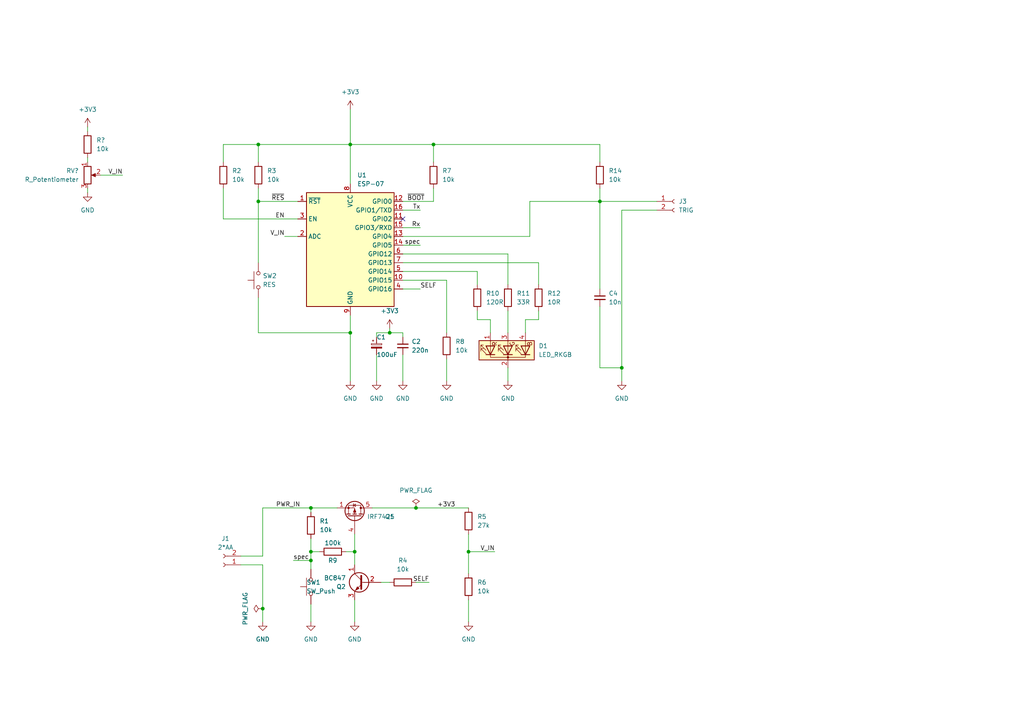
<source format=kicad_sch>
(kicad_sch (version 20211123) (generator eeschema)
  (paper "A4")
  (title_block (title "ESPnow-Remote-Fein") (date "2022-07-19") (rev "0.2") (company "42volt") (comment 1 "Dieter") (comment 2 "Looping Louis Schlumpf") (comment 3 "for ") (comment 4 "Remote Control "))
  (lib_symbols
    (symbol "Connector:Conn_01x02_Female" (pin_names (offset 1.016) hide)
      (property "Reference" "J" (at 0 2.54 0))
      (property "Value" "Conn_01x02_Female" (at 0 -5.08 0))
      (symbol "Conn_01x02_Female_1_1"
        (arc (start 0 -2.032) (mid -0.508 -2.54) (end 0 -3.048) (stroke (width 0.1524)))
        (polyline (pts (xy -1.27 -2.54) (xy -0.508 -2.54)) (stroke (width 0.1524)))
        (polyline (pts (xy -1.27 0) (xy -0.508 0)) (stroke (width 0.1524)))
        (arc (start 0 0.508) (mid -0.508 0) (end 0 -0.508) (stroke (width 0.1524)))
        (pin passive line (at -5.08 0 0) (length 3.81) (name "Pin_1") (number "1"))
        (pin passive line (at -5.08 -2.54 0) (length 3.81) (name "Pin_2") (number "2"))
      )
    )
    (symbol "Device:C_Polarized_Small" (pin_numbers hide) (pin_names (offset 0.254) hide)
      (property "Reference" "C" (at 0.254 1.778 0))
      (property "Value" "C_Polarized_Small" (at 0.254 -2.032 0))
      (symbol "C_Polarized_Small_0_1"
        (rectangle (start -1.524 -0.3048) (end 1.524 -0.6858) (fill (type outline)))
        (rectangle (start -1.524 0.6858) (end 1.524 0.3048))
        (polyline (pts (xy -1.27 1.524) (xy -0.762 1.524)))
        (polyline (pts (xy -1.016 1.27) (xy -1.016 1.778)))
      )
      (symbol "C_Polarized_Small_1_1"
        (pin passive line (at 0 2.54 270) (length 1.8542) (name "~") (number "1"))
        (pin passive line (at 0 -2.54 90) (length 1.8542) (name "~") (number "2"))
      )
    )
    (symbol "Device:C_Small" (pin_numbers hide) (pin_names (offset 0.254) hide)
      (property "Reference" "C" (at 0.254 1.778 0))
      (property "Value" "C_Small" (at 0.254 -2.032 0))
      (symbol "C_Small_0_1"
        (polyline (pts (xy -1.524 -0.508) (xy 1.524 -0.508)) (stroke (width 0.3302)))
        (polyline (pts (xy -1.524 0.508) (xy 1.524 0.508)) (stroke (width 0.3048)))
      )
      (symbol "C_Small_1_1"
        (pin passive line (at 0 2.54 270) (length 2.032) (name "~") (number "1"))
        (pin passive line (at 0 -2.54 90) (length 2.032) (name "~") (number "2"))
      )
    )
    (symbol "Device:LED_RKGB" (pin_names (offset 0) hide)
      (property "Reference" "D" (at 0 9.398 0))
      (property "Value" "LED_RKGB" (at 0 -8.89 0))
      (symbol "LED_RKGB_0_0"
        (text "B" (at 1.905 -6.35 0) (effects (font (size 1.27 1.27))))
        (text "G" (at 1.905 -1.27 0) (effects (font (size 1.27 1.27))))
        (text "R" (at 1.905 3.81 0) (effects (font (size 1.27 1.27))))
      )
      (symbol "LED_RKGB_0_1"
        (circle (center -2.032 0) (radius 0.254) (fill (type outline)))
        (polyline (pts (xy -1.27 -5.08) (xy 1.27 -5.08)))
        (polyline (pts (xy -1.27 -3.81) (xy -1.27 -6.35)) (stroke (width 0.254)))
        (polyline (pts (xy -1.27 0) (xy -2.54 0)))
        (polyline (pts (xy -1.27 1.27) (xy -1.27 -1.27)) (stroke (width 0.254)))
        (polyline (pts (xy -1.27 5.08) (xy 1.27 5.08)))
        (polyline (pts (xy -1.27 6.35) (xy -1.27 3.81)) (stroke (width 0.254)))
        (polyline (pts (xy 1.27 -5.08) (xy 2.54 -5.08)))
        (polyline (pts (xy 1.27 0) (xy -1.27 0)))
        (polyline (pts (xy 1.27 0) (xy 2.54 0)))
        (polyline (pts (xy 1.27 5.08) (xy 2.54 5.08)))
        (polyline (pts (xy -1.27 1.27) (xy -1.27 -1.27) (xy -1.27 -1.27)))
        (polyline (pts (xy -1.27 6.35) (xy -1.27 3.81) (xy -1.27 3.81)))
        (polyline (pts (xy -1.27 5.08) (xy -2.032 5.08) (xy -2.032 -5.08) (xy -1.016 -5.08)))
        (polyline (pts (xy 1.27 -3.81) (xy 1.27 -6.35) (xy -1.27 -5.08) (xy 1.27 -3.81)) (stroke (width 0.254)))
        (polyline (pts (xy 1.27 1.27) (xy 1.27 -1.27) (xy -1.27 0) (xy 1.27 1.27)) (stroke (width 0.254)))
        (polyline (pts (xy 1.27 6.35) (xy 1.27 3.81) (xy -1.27 5.08) (xy 1.27 6.35)) (stroke (width 0.254)))
        (polyline (pts (xy -1.016 -3.81) (xy 0.508 -2.286) (xy -0.254 -2.286) (xy 0.508 -2.286) (xy 0.508 -3.048)))
        (polyline (pts (xy -1.016 1.27) (xy 0.508 2.794) (xy -0.254 2.794) (xy 0.508 2.794) (xy 0.508 2.032)))
        (polyline (pts (xy -1.016 6.35) (xy 0.508 7.874) (xy -0.254 7.874) (xy 0.508 7.874) (xy 0.508 7.112)))
        (polyline (pts (xy 0 -3.81) (xy 1.524 -2.286) (xy 0.762 -2.286) (xy 1.524 -2.286) (xy 1.524 -3.048)))
        (polyline (pts (xy 0 1.27) (xy 1.524 2.794) (xy 0.762 2.794) (xy 1.524 2.794) (xy 1.524 2.032)))
        (polyline (pts (xy 0 6.35) (xy 1.524 7.874) (xy 0.762 7.874) (xy 1.524 7.874) (xy 1.524 7.112)))
        (rectangle (start 1.27 -1.27) (end 1.27 1.27))
        (rectangle (start 1.27 1.27) (end 1.27 1.27))
        (rectangle (start 1.27 3.81) (end 1.27 6.35))
        (rectangle (start 1.27 6.35) (end 1.27 6.35))
        (rectangle (start 2.794 8.382) (end -2.794 -7.62) (stroke (width 0.254)) (fill (type background)))
      )
      (symbol "LED_RKGB_1_1"
        (pin passive line (at 5.08 5.08 180) (length 2.54) (name "RA") (number "1"))
        (pin passive line (at -5.08 0 0) (length 2.54) (name "K") (number "2"))
        (pin passive line (at 5.08 0 180) (length 2.54) (name "GA") (number "3"))
        (pin passive line (at 5.08 -5.08 180) (length 2.54) (name "BA") (number "4"))
      )
    )
    (symbol "Device:R" (pin_numbers hide) (pin_names (offset 0))
      (property "Reference" "R" (at 2.032 0 90))
      (property "Value" "R" (at 0 0 90))
      (symbol "R_0_1"
        (rectangle (start -1.016 -2.54) (end 1.016 2.54) (stroke (width 0.254)))
      )
      (symbol "R_1_1"
        (pin passive line (at 0 3.81 270) (length 1.27) (name "~") (number "1"))
        (pin passive line (at 0 -3.81 90) (length 1.27) (name "~") (number "2"))
      )
    )
    (symbol "Device:R_Potentiometer" (pin_names (offset 1.016) hide)
      (property "Reference" "RV" (at -4.445 0 90))
      (property "Value" "R_Potentiometer" (at -2.54 0 90))
      (symbol "R_Potentiometer_0_1"
        (polyline (pts (xy 2.54 0) (xy 1.524 0)))
        (polyline (pts (xy 1.143 0) (xy 2.286 0.508) (xy 2.286 -0.508) (xy 1.143 0)) (fill (type outline)))
        (rectangle (start 1.016 2.54) (end -1.016 -2.54) (stroke (width 0.254)))
      )
      (symbol "R_Potentiometer_1_1"
        (pin passive line (at 0 3.81 270) (length 1.27) (name "1") (number "1"))
        (pin passive line (at 3.81 0 180) (length 1.27) (name "2") (number "2"))
        (pin passive line (at 0 -3.81 90) (length 1.27) (name "3") (number "3"))
      )
    )
    (symbol "RF_Module:ESP-07"
      (property "Reference" "U" (at -12.7 19.05 0))
      (property "Value" "ESP-07" (at 12.7 19.05 0))
      (symbol "ESP-07_0_1"
        (rectangle (start -12.7 17.78) (end 12.7 -15.24) (stroke (width 0.254)) (fill (type background)))
      )
      (symbol "ESP-07_1_1"
        (pin input line (at -15.24 15.24 0) (length 2.54) (name "~{RST}") (number "1"))
        (pin bidirectional line (at 15.24 -7.62 180) (length 2.54) (name "GPIO15") (number "10"))
        (pin bidirectional line (at 15.24 10.16 180) (length 2.54) (name "GPIO2") (number "11"))
        (pin bidirectional line (at 15.24 15.24 180) (length 2.54) (name "GPIO0") (number "12"))
        (pin bidirectional line (at 15.24 5.08 180) (length 2.54) (name "GPIO4") (number "13"))
        (pin bidirectional line (at 15.24 2.54 180) (length 2.54) (name "GPIO5") (number "14"))
        (pin bidirectional line (at 15.24 7.62 180) (length 2.54) (name "GPIO3/RXD") (number "15"))
        (pin bidirectional line (at 15.24 12.7 180) (length 2.54) (name "GPIO1/TXD") (number "16"))
        (pin input line (at -15.24 5.08 0) (length 2.54) (name "ADC") (number "2"))
        (pin input line (at -15.24 10.16 0) (length 2.54) (name "EN") (number "3"))
        (pin bidirectional line (at 15.24 -10.16 180) (length 2.54) (name "GPIO16") (number "4"))
        (pin bidirectional line (at 15.24 -5.08 180) (length 2.54) (name "GPIO14") (number "5"))
        (pin bidirectional line (at 15.24 0 180) (length 2.54) (name "GPIO12") (number "6"))
        (pin bidirectional line (at 15.24 -2.54 180) (length 2.54) (name "GPIO13") (number "7"))
        (pin power_in line (at 0 20.32 270) (length 2.54) (name "VCC") (number "8"))
        (pin power_in line (at 0 -17.78 90) (length 2.54) (name "GND") (number "9"))
      )
    )
    (symbol "SW_Push_1" (pin_numbers hide) (pin_names (offset 1.016) hide)
      (property "Reference" "SW?" (at 1.27 1.2701 90))
      (property "Value" "SW_Push" (at 1.27 -1.2699 90))
      (symbol "SW_Push_1_0_1"
        (circle (center -2.032 0) (radius 0.508))
        (polyline (pts (xy 0 1.27) (xy 0 3.048)))
        (polyline (pts (xy 2.54 1.27) (xy -2.54 1.27)))
        (circle (center 2.032 0) (radius 0.508))
        (pin passive line (at -5.08 0 0) (length 2.54) (name "1") (number "1"))
        (pin passive line (at 5.08 0 180) (length 2.54) (name "2") (number "2"))
        (pin passive line (at -5.08 0 0) (length 2.54) hide (name "1") (number "3"))
        (pin passive line (at 5.08 0 180) (length 2.54) hide (name "2") (number "4"))
      )
    )
    (symbol "Switch:SW_Push" (pin_numbers hide) (pin_names (offset 1.016) hide)
      (property "Reference" "SW" (at 1.27 2.54 0))
      (property "Value" "SW_Push" (at 0 -1.524 0))
      (symbol "SW_Push_0_1"
        (circle (center -2.032 0) (radius 0.508))
        (polyline (pts (xy 0 1.27) (xy 0 3.048)))
        (polyline (pts (xy 2.54 1.27) (xy -2.54 1.27)))
        (circle (center 2.032 0) (radius 0.508))
        (pin passive line (at -5.08 0 0) (length 2.54) (name "1") (number "1"))
        (pin passive line (at 5.08 0 180) (length 2.54) (name "2") (number "2"))
      )
    )
    (symbol "Transistor_BJT:BC547" (pin_names (offset 0) hide)
      (property "Reference" "Q" (at 5.08 1.905 0))
      (property "Value" "BC547" (at 5.08 0 0))
      (symbol "BC547_0_1"
        (polyline (pts (xy 0 0) (xy 0.635 0)))
        (polyline (pts (xy 0.635 0.635) (xy 2.54 2.54)))
        (polyline (pts (xy 0.635 -0.635) (xy 2.54 -2.54) (xy 2.54 -2.54)))
        (polyline (pts (xy 0.635 1.905) (xy 0.635 -1.905) (xy 0.635 -1.905)) (stroke (width 0.508)))
        (polyline (pts (xy 1.27 -1.778) (xy 1.778 -1.27) (xy 2.286 -2.286) (xy 1.27 -1.778) (xy 1.27 -1.778)) (fill (type outline)))
        (circle (center 1.27 0) (radius 2.8194) (stroke (width 0.254)))
      )
      (symbol "BC547_1_1"
        (pin passive line (at 2.54 5.08 270) (length 2.54) (name "C") (number "1"))
        (pin input line (at -5.08 0 0) (length 5.08) (name "B") (number "2"))
        (pin passive line (at 2.54 -5.08 90) (length 2.54) (name "E") (number "3"))
      )
    )
    (symbol "Transistor_FET:IRLML6402" (pin_names hide)
      (property "Reference" "Q1" (at 0 10.16 90))
      (property "Value" "IRF7425" (at 0 7.62 90))
      (symbol "IRLML6402_0_1"
        (polyline (pts (xy 0.254 0) (xy -2.54 0)))
        (polyline (pts (xy 0.254 1.905) (xy 0.254 -1.905)) (stroke (width 0.254)))
        (polyline (pts (xy 0.762 -1.27) (xy 0.762 -2.286)) (stroke (width 0.254)))
        (polyline (pts (xy 0.762 0.508) (xy 0.762 -0.508)) (stroke (width 0.254)))
        (polyline (pts (xy 0.762 2.286) (xy 0.762 1.27)) (stroke (width 0.254)))
        (polyline (pts (xy 2.54 2.54) (xy 2.54 1.778)))
        (polyline (pts (xy 2.54 -2.54) (xy 2.54 0) (xy 0.762 0)))
        (polyline (pts (xy 0.762 1.778) (xy 3.302 1.778) (xy 3.302 -1.778) (xy 0.762 -1.778)))
        (polyline (pts (xy 2.286 0) (xy 1.27 0.381) (xy 1.27 -0.381) (xy 2.286 0)) (fill (type outline)))
        (polyline (pts (xy 2.794 -0.508) (xy 2.921 -0.381) (xy 3.683 -0.381) (xy 3.81 -0.254)))
        (polyline (pts (xy 3.302 -0.381) (xy 2.921 0.254) (xy 3.683 0.254) (xy 3.302 -0.381)))
        (circle (center 1.651 0) (radius 2.794) (stroke (width 0.254)))
        (circle (center 2.54 -1.778) (radius 0.254) (fill (type outline)))
        (circle (center 2.54 1.778) (radius 0.254) (fill (type outline)))
      )
      (symbol "IRLML6402_1_1"
        (pin passive line (at 2.54 -5.08 90) (length 2.54) (name "D") (number "1"))
        (pin passive line (at 2.54 -5.08 90) (length 2.54) hide (name "S") (number "2"))
        (pin passive line (at 2.54 -5.08 90) (length 2.54) hide (name "D") (number "3"))
        (pin input line (at -5.08 0 0) (length 2.54) (name "G") (number "4"))
        (pin passive line (at 2.54 5.08 270) (length 2.54) (name "D") (number "5"))
        (pin passive line (at 2.54 5.08 270) (length 2.54) hide (name "D") (number "6"))
        (pin passive line (at 2.54 5.08 270) (length 2.54) hide (name "D") (number "7"))
        (pin passive line (at 2.54 5.08 270) (length 2.54) hide (name "D") (number "8"))
      )
    )
    (symbol "power:+3V3" (power) (pin_names (offset 0))
      (property "Value" "+3V3" (at 0 3.556 0))
      (symbol "+3V3_0_1"
        (polyline (pts (xy -0.762 1.27) (xy 0 2.54)))
        (polyline (pts (xy 0 0) (xy 0 2.54)))
        (polyline (pts (xy 0 2.54) (xy 0.762 1.27)))
      )
      (symbol "+3V3_1_1"
        (pin power_in line (at 0 0 90) (length 0) hide (name "+3V3") (number "1"))
      )
    )
    (symbol "power:GND" (power) (pin_names (offset 0))
      (property "Value" "GND" (at 0 -3.81 0))
      (symbol "GND_0_1"
        (polyline (pts (xy 0 0) (xy 0 -1.27) (xy 1.27 -1.27) (xy 0 -2.54) (xy -1.27 -1.27) (xy 0 -1.27)))
      )
      (symbol "GND_1_1"
        (pin power_in line (at 0 0 270) (length 0) hide (name "GND") (number "1"))
      )
    )
    (symbol "power:PWR_FLAG" (power) (pin_numbers hide) (pin_names (offset 0) hide)
      (property "Value" "PWR_FLAG" (at 0 3.81 0))
      (symbol "PWR_FLAG_0_0"
        (pin power_out line (at 0 0 90) (length 0) (name "pwr") (number "1"))
      )
      (symbol "PWR_FLAG_0_1"
        (polyline (pts (xy 0 0) (xy 0 1.27) (xy -1.016 1.905) (xy 0 2.54) (xy 1.016 1.905) (xy 0 1.27)))
      )
    )
  )
  (junction (at 90.17 147.32))
  (junction (at 173.99 58.42))
  (junction (at 120.65 147.32))
  (junction (at 125.73 41.91))
  (junction (at 180.34 106.68))
  (junction (at 102.87 160.02))
  (junction (at 101.6 96.52))
  (junction (at 135.89 160.02))
  (junction (at 90.17 162.56))
  (junction (at 76.2 176.53))
  (junction (at 101.6 41.91))
  (junction (at 74.93 58.42))
  (junction (at 113.03 96.52))
  (junction (at 90.17 160.02))
  (junction (at 74.93 41.91))
  (no_connect (at 116.84 63.5))
  (wire (pts (xy 101.6 41.91) (xy 125.73 41.91)))
  (wire (pts (xy 116.84 66.04) (xy 121.92 66.04)))
  (wire (pts (xy 129.54 104.14) (xy 129.54 110.49)))
  (wire (pts (xy 116.84 60.96) (xy 121.92 60.96)))
  (wire (pts (xy 69.85 163.83) (xy 76.2 163.83)))
  (wire (pts (xy 173.99 88.9) (xy 173.99 106.68)))
  (wire (pts (xy 64.77 41.91) (xy 74.93 41.91)))
  (wire (pts (xy 76.2 176.53) (xy 76.2 180.34)))
  (wire (pts (xy 116.84 96.52) (xy 116.84 97.79)))
  (wire (pts (xy 116.84 76.2) (xy 156.21 76.2)))
  (wire (pts (xy 156.21 90.17) (xy 156.21 92.71)))
  (wire (pts (xy 76.2 147.32) (xy 90.17 147.32)))
  (wire (pts (xy 90.17 156.21) (xy 90.17 160.02)))
  (wire (pts (xy 113.03 96.52) (xy 116.84 96.52)))
  (wire (pts (xy 135.89 160.02) (xy 143.51 160.02)))
  (wire (pts (xy 135.89 160.02) (xy 135.89 166.37)))
  (wire (pts (xy 116.84 71.12) (xy 121.92 71.12)))
  (wire (pts (xy 101.6 91.44) (xy 101.6 96.52)))
  (wire (pts (xy 64.77 54.61) (xy 64.77 63.5)))
  (wire (pts (xy 69.85 161.29) (xy 76.2 161.29)))
  (wire (pts (xy 64.77 63.5) (xy 86.36 63.5)))
  (wire (pts (xy 76.2 163.83) (xy 76.2 176.53)))
  (wire (pts (xy 180.34 60.96) (xy 180.34 106.68)))
  (wire (pts (xy 101.6 41.91) (xy 101.6 53.34)))
  (wire (pts (xy 147.32 73.66) (xy 147.32 82.55)))
  (wire (pts (xy 129.54 81.28) (xy 129.54 96.52)))
  (wire (pts (xy 116.84 83.82) (xy 121.92 83.82)))
  (wire (pts (xy 180.34 106.68) (xy 180.34 110.49)))
  (wire (pts (xy 147.32 90.17) (xy 147.32 96.52)))
  (wire (pts (xy 107.95 147.32) (xy 120.65 147.32)))
  (wire (pts (xy 74.93 86.36) (xy 74.93 96.52)))
  (wire (pts (xy 173.99 106.68) (xy 180.34 106.68)))
  (wire (pts (xy 102.87 154.94) (xy 102.87 160.02)))
  (wire (pts (xy 109.22 96.52) (xy 113.03 96.52)))
  (wire (pts (xy 152.4 92.71) (xy 152.4 96.52)))
  (wire (pts (xy 135.89 173.99) (xy 135.89 180.34)))
  (wire (pts (xy 116.84 81.28) (xy 129.54 81.28)))
  (wire (pts (xy 74.93 96.52) (xy 101.6 96.52)))
  (wire (pts (xy 173.99 58.42) (xy 173.99 83.82)))
  (wire (pts (xy 74.93 58.42) (xy 74.93 76.2)))
  (wire (pts (xy 90.17 160.02) (xy 90.17 162.56)))
  (wire (pts (xy 125.73 41.91) (xy 173.99 41.91)))
  (wire (pts (xy 101.6 96.52) (xy 101.6 110.49)))
  (wire (pts (xy 64.77 46.99) (xy 64.77 41.91)))
  (wire (pts (xy 25.4 54.61) (xy 25.4 55.88)))
  (wire (pts (xy 116.84 78.74) (xy 138.43 78.74)))
  (wire (pts (xy 74.93 58.42) (xy 86.36 58.42)))
  (wire (pts (xy 90.17 147.32) (xy 97.79 147.32)))
  (wire (pts (xy 74.93 54.61) (xy 74.93 58.42)))
  (wire (pts (xy 101.6 31.75) (xy 101.6 41.91)))
  (wire (pts (xy 113.03 95.25) (xy 113.03 96.52)))
  (wire (pts (xy 153.67 68.58) (xy 116.84 68.58)))
  (wire (pts (xy 173.99 58.42) (xy 173.99 54.61)))
  (wire (pts (xy 82.55 68.58) (xy 86.36 68.58)))
  (wire (pts (xy 109.22 97.79) (xy 109.22 96.52)))
  (wire (pts (xy 102.87 173.99) (xy 102.87 180.34)))
  (wire (pts (xy 102.87 160.02) (xy 102.87 163.83)))
  (wire (pts (xy 125.73 46.99) (xy 125.73 41.91)))
  (wire (pts (xy 90.17 160.02) (xy 92.71 160.02)))
  (wire (pts (xy 173.99 46.99) (xy 173.99 41.91)))
  (wire (pts (xy 142.24 92.71) (xy 138.43 92.71)))
  (wire (pts (xy 173.99 58.42) (xy 153.67 58.42)))
  (wire (pts (xy 90.17 175.26) (xy 90.17 180.34)))
  (wire (pts (xy 120.65 147.32) (xy 135.89 147.32)))
  (wire (pts (xy 138.43 78.74) (xy 138.43 82.55)))
  (wire (pts (xy 74.93 41.91) (xy 101.6 41.91)))
  (wire (pts (xy 156.21 92.71) (xy 152.4 92.71)))
  (wire (pts (xy 29.21 50.8) (xy 35.56 50.8)))
  (wire (pts (xy 190.5 58.42) (xy 173.99 58.42)))
  (wire (pts (xy 100.33 160.02) (xy 102.87 160.02)))
  (wire (pts (xy 76.2 161.29) (xy 76.2 147.32)))
  (wire (pts (xy 25.4 45.72) (xy 25.4 46.99)))
  (wire (pts (xy 116.84 58.42) (xy 125.73 58.42)))
  (wire (pts (xy 135.89 154.94) (xy 135.89 160.02)))
  (wire (pts (xy 116.84 73.66) (xy 147.32 73.66)))
  (wire (pts (xy 156.21 76.2) (xy 156.21 82.55)))
  (wire (pts (xy 25.4 36.83) (xy 25.4 38.1)))
  (wire (pts (xy 109.22 102.87) (xy 109.22 110.49)))
  (wire (pts (xy 90.17 148.59) (xy 90.17 147.32)))
  (wire (pts (xy 147.32 106.68) (xy 147.32 110.49)))
  (wire (pts (xy 85.09 162.56) (xy 90.17 162.56)))
  (wire (pts (xy 110.49 168.91) (xy 113.03 168.91)))
  (wire (pts (xy 153.67 58.42) (xy 153.67 68.58)))
  (wire (pts (xy 116.84 102.87) (xy 116.84 110.49)))
  (wire (pts (xy 125.73 54.61) (xy 125.73 58.42)))
  (wire (pts (xy 142.24 96.52) (xy 142.24 92.71)))
  (wire (pts (xy 74.93 46.99) (xy 74.93 41.91)))
  (wire (pts (xy 90.17 162.56) (xy 90.17 165.1)))
  (wire (pts (xy 138.43 92.71) (xy 138.43 90.17)))
  (wire (pts (xy 190.5 60.96) (xy 180.34 60.96)))
  (wire (pts (xy 120.65 168.91) (xy 124.46 168.91)))
  (label "V_IN" (at 35.56 50.8 180))
  (label "SELF" (at 124.46 168.91 180))
  (label "Tx" (at 121.92 60.96 180))
  (label "+3V3" (at 132.08 147.32 180))
  (label "PWR_IN" (at 80.01 147.32 0))
  (label "Rx" (at 121.92 66.04 180))
  (label "~{BOOT}" (at 123.19 58.42 180))
  (label "spec" (at 121.92 71.12 180))
  (label "SELF" (at 121.92 83.82 0))
  (label "~{RES}" (at 82.55 58.42 180))
  (label "V_IN" (at 82.55 68.58 180))
  (label "EN" (at 82.55 63.5 180))
  (label "V_IN" (at 143.51 160.02 180))
  (label "spec" (at 85.09 162.56 0))
  (symbol (lib_id "Connector:Conn_01x02_Female") (at 64.77 163.83 180) (unit 1)
    (property "Reference" "J1" (at 65.405 156.21 0))
    (property "Value" "2*AA" (at 65.405 158.75 0))
    (property "Footprint" "00Connector:PinHeader_1x02_P2.54mm_Vertical" (effects hide))
  )
  (symbol (lib_id "Device:R") (at 147.32 86.36 0) (unit 1)
    (property "Reference" "R11" (at 149.86 85.0899 0) (effects (justify left)))
    (property "Value" "33R" (at 149.86 87.6299 0) (effects (justify left)))
    (property "Footprint" "Resistor_SMD:R_0805_2012Metric_Pad1.20x1.40mm_HandSolder" (effects hide))
  )
  (symbol (lib_id "Transistor_FET:IRLML6402") (at 102.87 149.86 270) (mirror x) (unit 1)
    (property "Reference" "Q1" (at 113.03 149.86 90))
    (property "Value" "IRF7425" (at 110.49 149.86 90))
    (property "Footprint" "Package_SO:SO-8_5.3x6.2mm_P1.27mm" (effects hide))
    (property "Datasheet" "https://www.infineon.com/dgdl/irlml6402pbf.pdf?fileId=5546d462533600a401535668d5c2263c" (effects hide))
  )
  (symbol (lib_id "Device:R") (at 25.4 41.91 0) (unit 1)
    (property "Reference" "R?" (at 27.94 40.6399 0) (effects (justify left)))
    (property "Value" "10k" (at 27.94 43.1799 0) (effects (justify left)))
    (property "Footprint" "Resistor_SMD:R_0805_2012Metric_Pad1.20x1.40mm_HandSolder" (effects hide))
  )
  (symbol (lib_id "Device:R") (at 173.99 50.8 0) (unit 1)
    (property "Reference" "R14" (at 176.53 49.5299 0) (effects (justify left)))
    (property "Value" "10k" (at 176.53 52.0699 0) (effects (justify left)))
    (property "Footprint" "Resistor_SMD:R_0805_2012Metric_Pad1.20x1.40mm_HandSolder" (effects hide))
  )
  (symbol (lib_id "power:GND") (at 90.17 180.34 0) (unit 1)
    (property "Reference" "#PWR02" (effects hide))
    (property "Value" "GND" (at 90.17 185.42 0))
  )
  (symbol (lib_id "power:+3V3") (at 113.03 95.25 0) (unit 1)
    (property "Reference" "#PWR0104" (effects hide))
    (property "Value" "+3V3" (at 113.03 90.17 0))
  )
  (symbol (lib_id "power:PWR_FLAG") (at 120.65 147.32 0) (unit 1)
    (property "Reference" "#FLG02" (effects hide))
    (property "Value" "PWR_FLAG" (at 120.65 142.24 0))
  )
  (symbol (lib_id "power:GND") (at 135.89 180.34 0) (unit 1)
    (property "Reference" "#PWR04" (effects hide))
    (property "Value" "GND" (at 135.89 185.42 0))
  )
  (symbol (lib_id "Switch:SW_Push") (at 74.93 81.28 90) (unit 1)
    (property "Reference" "SW2" (at 76.2 80.01 90) (effects (justify right)))
    (property "Value" "RES" (at 76.2 82.55 90) (effects (justify right)))
    (property "Footprint" "Button_Switch_THT:SW_PUSH_6mm_H4.3mm" (effects hide))
  )
  (symbol (lib_id "Device:R") (at 135.89 170.18 0) (unit 1)
    (property "Reference" "R6" (at 138.43 168.9099 0) (effects (justify left)))
    (property "Value" "10k" (at 138.43 171.4499 0) (effects (justify left)))
    (property "Footprint" "Resistor_SMD:R_0805_2012Metric_Pad1.20x1.40mm_HandSolder" (effects hide))
  )
  (symbol (lib_id "Device:C_Small") (at 173.99 86.36 0) (unit 1)
    (property "Reference" "C4" (at 176.53 85.0962 0) (effects (justify left)))
    (property "Value" "10n" (at 176.53 87.6362 0) (effects (justify left)))
    (property "Footprint" "Capacitor_SMD:C_0805_2012Metric_Pad1.18x1.45mm_HandSolder" (effects hide))
  )
  (symbol (lib_name "SW_Push_1") (lib_id "Switch:SW_Push") (at 90.17 170.18 90) (unit 1)
    (property "Reference" "SW1" (at 88.8999 168.91 90) (effects (justify right)))
    (property "Value" "SW_Push" (at 88.9 171.45 90) (effects (justify right)))
    (property "Footprint" "Button_Switch_THT:Push_E-Switch_KS01Q01" (effects hide))
  )
  (symbol (lib_id "Device:R") (at 125.73 50.8 0) (unit 1)
    (property "Reference" "R7" (at 128.27 49.5299 0) (effects (justify left)))
    (property "Value" "10k" (at 128.27 52.0699 0) (effects (justify left)))
    (property "Footprint" "Resistor_SMD:R_0805_2012Metric_Pad1.20x1.40mm_HandSolder" (effects hide))
  )
  (symbol (lib_id "power:PWR_FLAG") (at 76.2 176.53 90) (unit 1)
    (property "Reference" "#FLG01" (effects hide))
    (property "Value" "PWR_FLAG" (at 71.12 176.53 0))
  )
  (symbol (lib_id "Device:R") (at 138.43 86.36 0) (unit 1)
    (property "Reference" "R10" (at 140.97 85.0899 0) (effects (justify left)))
    (property "Value" "120R" (at 140.97 87.6299 0) (effects (justify left)))
    (property "Footprint" "Resistor_SMD:R_0805_2012Metric_Pad1.20x1.40mm_HandSolder" (effects hide))
  )
  (symbol (lib_id "power:GND") (at 116.84 110.49 0) (unit 1)
    (property "Reference" "#PWR0102" (effects hide))
    (property "Value" "GND" (at 116.84 115.57 0))
  )
  (symbol (lib_id "Device:R") (at 116.84 168.91 90) (unit 1)
    (property "Reference" "R4" (at 116.84 162.56 90))
    (property "Value" "10k" (at 116.84 165.1 90))
    (property "Footprint" "Resistor_SMD:R_0805_2012Metric_Pad1.20x1.40mm_HandSolder" (effects hide))
  )
  (symbol (lib_id "RF_Module:ESP-07") (at 101.6 73.66 0) (unit 1)
    (property "Reference" "U1" (at 103.6194 50.8 0) (effects (justify left)))
    (property "Value" "ESP-07" (at 103.6194 53.34 0) (effects (justify left)))
    (property "Footprint" "ESP_07_THT:ESP-07_tht" (effects hide))
    (property "Datasheet" "http://wiki.ai-thinker.com/_media/esp8266/esp8266_series_modules_user_manual_v1.1.pdf" (effects hide))
  )
  (symbol (lib_id "power:+3V3") (at 25.4 36.83 0) (unit 1)
    (property "Reference" "#PWR?" (effects hide))
    (property "Value" "+3V3" (at 25.4 31.75 0))
  )
  (symbol (lib_id "power:GND") (at 180.34 110.49 0) (unit 1)
    (property "Reference" "#PWR010" (effects hide))
    (property "Value" "GND" (at 180.34 115.57 0))
  )
  (symbol (lib_id "power:GND") (at 129.54 110.49 0) (unit 1)
    (property "Reference" "#PWR07" (effects hide))
    (property "Value" "GND" (at 129.54 115.57 0))
  )
  (symbol (lib_id "Device:R") (at 156.21 86.36 0) (unit 1)
    (property "Reference" "R12" (at 158.75 85.0899 0) (effects (justify left)))
    (property "Value" "10R" (at 158.75 87.6299 0) (effects (justify left)))
    (property "Footprint" "Resistor_SMD:R_0805_2012Metric_Pad1.20x1.40mm_HandSolder" (effects hide))
  )
  (symbol (lib_id "Device:LED_RKGB") (at 147.32 101.6 90) (unit 1)
    (property "Reference" "D1" (at 156.21 100.3299 90) (effects (justify right)))
    (property "Value" "LED_RKGB" (at 156.21 102.8699 90) (effects (justify right)))
    (property "Footprint" "LED_THT:LED_D5.0mm-4_RGB" (effects hide))
  )
  (symbol (lib_id "power:GND") (at 109.22 110.49 0) (unit 1)
    (property "Reference" "#PWR0101" (effects hide))
    (property "Value" "GND" (at 109.22 115.57 0))
  )
  (symbol (lib_id "Device:R") (at 74.93 50.8 0) (unit 1)
    (property "Reference" "R3" (at 77.47 49.5299 0) (effects (justify left)))
    (property "Value" "10k" (at 77.47 52.0699 0) (effects (justify left)))
    (property "Footprint" "Resistor_SMD:R_0805_2012Metric_Pad1.20x1.40mm_HandSolder" (effects hide))
  )
  (symbol (lib_id "power:GND") (at 25.4 55.88 0) (unit 1)
    (property "Reference" "#PWR?" (effects hide))
    (property "Value" "GND" (at 25.4 60.96 0))
  )
  (symbol (lib_id "power:+3V3") (at 101.6 31.75 0) (unit 1)
    (property "Reference" "#PWR05" (effects hide))
    (property "Value" "+3V3" (at 101.6 26.67 0))
  )
  (symbol (lib_id "Device:R") (at 90.17 152.4 0) (unit 1)
    (property "Reference" "R1" (at 92.71 151.1299 0) (effects (justify left)))
    (property "Value" "10k" (at 92.71 153.6699 0) (effects (justify left)))
    (property "Footprint" "Resistor_SMD:R_0805_2012Metric_Pad1.20x1.40mm_HandSolder" (effects hide))
  )
  (symbol (lib_id "Transistor_BJT:BC547") (at 105.41 168.91 0) (mirror y) (unit 1)
    (property "Reference" "Q2" (at 100.33 170.1801 0) (effects (justify left)))
    (property "Value" "BC847" (at 100.33 167.6401 0) (effects (justify left)))
    (property "Footprint" "Package_TO_SOT_SMD:SOT-23" (effects hide))
    (property "Datasheet" "https://www.onsemi.com/pub/Collateral/BC550-D.pdf" (effects hide))
  )
  (symbol (lib_id "Device:R") (at 64.77 50.8 0) (unit 1)
    (property "Reference" "R2" (at 67.31 49.5299 0) (effects (justify left)))
    (property "Value" "10k" (at 67.31 52.0699 0) (effects (justify left)))
    (property "Footprint" "Resistor_SMD:R_0805_2012Metric_Pad1.20x1.40mm_HandSolder" (effects hide))
  )
  (symbol (lib_id "power:GND") (at 76.2 180.34 0) (unit 1)
    (property "Reference" "#PWR01" (effects hide))
    (property "Value" "GND" (at 76.2 185.42 0))
  )
  (symbol (lib_id "power:GND") (at 147.32 110.49 0) (unit 1)
    (property "Reference" "#PWR09" (effects hide))
    (property "Value" "GND" (at 147.32 115.57 0))
  )
  (symbol (lib_id "Connector:Conn_01x02_Female") (at 195.58 58.42 0) (unit 1)
    (property "Reference" "J3" (at 196.85 58.4199 0) (effects (justify left)))
    (property "Value" "TRIG" (at 196.85 60.9599 0) (effects (justify left)))
    (property "Footprint" "TerminalBlock:TerminalBlock_bornier-2_P5.08mm" (effects hide))
  )
  (symbol (lib_id "Device:R") (at 96.52 160.02 90) (unit 1)
    (property "Reference" "R9" (at 96.52 162.56 90))
    (property "Value" "100k" (at 96.52 157.48 90))
    (property "Footprint" "Resistor_SMD:R_0805_2012Metric_Pad1.20x1.40mm_HandSolder" (effects hide))
  )
  (symbol (lib_id "power:GND") (at 102.87 180.34 0) (unit 1)
    (property "Reference" "#PWR03" (effects hide))
    (property "Value" "GND" (at 102.87 185.42 0))
  )
  (symbol (lib_id "Device:R") (at 135.89 151.13 0) (unit 1)
    (property "Reference" "R5" (at 138.43 149.8599 0) (effects (justify left)))
    (property "Value" "27k" (at 138.43 152.3999 0) (effects (justify left)))
    (property "Footprint" "Resistor_SMD:R_0805_2012Metric_Pad1.20x1.40mm_HandSolder" (effects hide))
  )
  (symbol (lib_id "Device:C_Polarized_Small") (at 109.22 100.33 0) (unit 1)
    (property "Reference" "C1" (at 109.22 97.79 0) (effects (justify left)))
    (property "Value" "100uF" (at 109.22 102.87 0) (effects (justify left)))
    (property "Footprint" "Capacitor_SMD:CP_Elec_6.3x3" (effects hide))
  )
  (symbol (lib_id "Device:C_Small") (at 116.84 100.33 0) (unit 1)
    (property "Reference" "C2" (at 119.38 99.0662 0) (effects (justify left)))
    (property "Value" "220n" (at 119.38 101.6062 0) (effects (justify left)))
    (property "Footprint" "Capacitor_SMD:C_0805_2012Metric_Pad1.18x1.45mm_HandSolder" (effects hide))
  )
  (symbol (lib_id "power:GND") (at 101.6 110.49 0) (unit 1)
    (property "Reference" "#PWR06" (effects hide))
    (property "Value" "GND" (at 101.6 115.57 0))
  )
  (symbol (lib_id "Device:R") (at 129.54 100.33 0) (unit 1)
    (property "Reference" "R8" (at 132.08 99.0599 0) (effects (justify left)))
    (property "Value" "10k" (at 132.08 101.5999 0) (effects (justify left)))
    (property "Footprint" "Resistor_SMD:R_0805_2012Metric_Pad1.20x1.40mm_HandSolder" (effects hide))
  )
  (symbol (lib_id "Device:R_Potentiometer") (at 25.4 50.8 0) (unit 1)
    (property "Reference" "RV?" (at 22.86 49.5299 0) (effects (justify right)))
    (property "Value" "R_Potentiometer" (at 22.86 52.0699 0) (effects (justify right)))
  )
)
</source>
